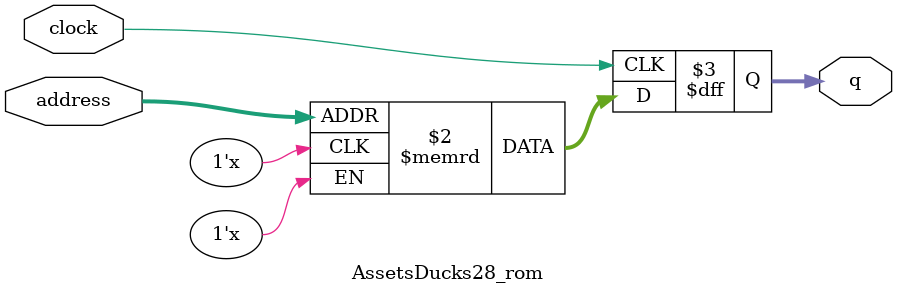
<source format=sv>
module AssetsDucks28_rom (
	input logic clock,
	input logic [11:0] address,
	output logic [3:0] q
);

logic [3:0] memory [0:4095] /* synthesis ram_init_file = "./AssetsDucks28/AssetsDucks28.mif" */;

always_ff @ (posedge clock) begin
	q <= memory[address];
end

endmodule

</source>
